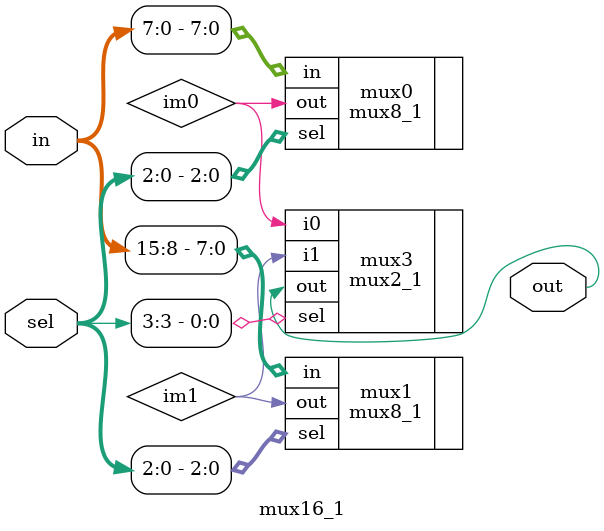
<source format=sv>
module mux16_1(out, in, sel);
	input logic [15:0] in;
	
	input logic [3:0] sel;
	
	output logic out;
	
	wire im0, im1;
	
	mux8_1 mux0(.out(im0), .in(in[7:0]), .sel(sel[2:0]));
	mux8_1 mux1(.out(im1), .in(in[15:8]), .sel(sel[2:0]));
	
	mux2_1 mux3(.out(out), .i0(im0), .i1(im1), .sel(sel[3]));
	

endmodule

</source>
